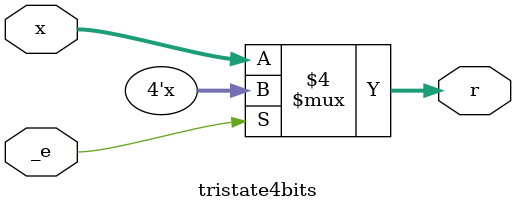
<source format=v>
module tristate4bits
(
	input _e,	//declared active-low
	input [3:0] x,
	output reg [3:0] r
);
always@(*)
begin
	if (_e == 1'b0)
		r = x;
	else
		r = 4'bz;	//or r = 4'bzzzz;
end
endmodule
</source>
